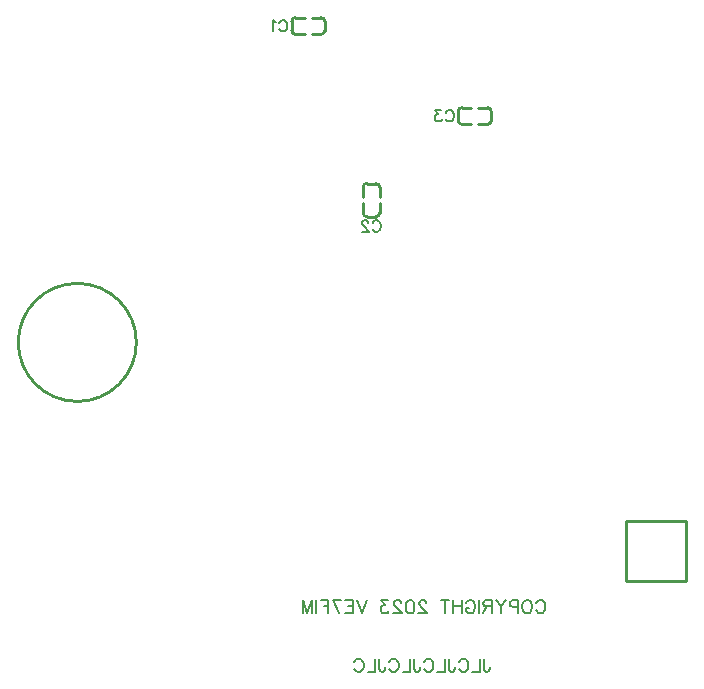
<source format=gbo>
G04 Layer: BottomSilkscreenLayer*
G04 Panelize: , Column: 2, Row: 2, Board Size: 58.42mm x 58.42mm, Panelized Board Size: 118.84mm x 118.84mm*
G04 EasyEDA v6.5.34, 2023-09-05 23:31:59*
G04 3ff1d21ffa584fb08a1032706516b83c,5a6b42c53f6a479593ecc07194224c93,10*
G04 Gerber Generator version 0.2*
G04 Scale: 100 percent, Rotated: No, Reflected: No *
G04 Dimensions in millimeters *
G04 leading zeros omitted , absolute positions ,4 integer and 5 decimal *
%FSLAX45Y45*%
%MOMM*%

%ADD10C,0.1524*%
%ADD11C,0.1520*%
%ADD12C,0.2540*%

%LPD*%
D10*
X4443267Y698962D02*
G01*
X4448464Y709353D01*
X4458855Y719744D01*
X4469244Y724938D01*
X4490026Y724938D01*
X4500417Y719744D01*
X4510808Y709353D01*
X4516005Y698962D01*
X4521200Y683374D01*
X4521200Y657397D01*
X4516005Y641812D01*
X4510808Y631421D01*
X4500417Y621029D01*
X4490026Y615835D01*
X4469244Y615835D01*
X4458855Y621029D01*
X4448464Y631421D01*
X4443267Y641812D01*
X4377804Y724938D02*
G01*
X4388195Y719744D01*
X4398586Y709353D01*
X4403783Y698962D01*
X4408977Y683374D01*
X4408977Y657397D01*
X4403783Y641812D01*
X4398586Y631421D01*
X4388195Y621029D01*
X4377804Y615835D01*
X4357024Y615835D01*
X4346633Y621029D01*
X4336242Y631421D01*
X4331045Y641812D01*
X4325851Y657397D01*
X4325851Y683374D01*
X4331045Y698962D01*
X4336242Y709353D01*
X4346633Y719744D01*
X4357024Y724938D01*
X4377804Y724938D01*
X4291561Y724938D02*
G01*
X4291561Y615835D01*
X4291561Y724938D02*
G01*
X4244802Y724938D01*
X4229214Y719744D01*
X4224020Y714547D01*
X4218825Y704156D01*
X4218825Y688571D01*
X4224020Y678179D01*
X4229214Y672985D01*
X4244802Y667788D01*
X4291561Y667788D01*
X4184535Y724938D02*
G01*
X4142971Y672985D01*
X4142971Y615835D01*
X4101406Y724938D02*
G01*
X4142971Y672985D01*
X4067116Y724938D02*
G01*
X4067116Y615835D01*
X4067116Y724938D02*
G01*
X4020357Y724938D01*
X4004772Y719744D01*
X3999575Y714547D01*
X3994381Y704156D01*
X3994381Y693765D01*
X3999575Y683374D01*
X4004772Y678179D01*
X4020357Y672985D01*
X4067116Y672985D01*
X4030748Y672985D02*
G01*
X3994381Y615835D01*
X3960091Y724938D02*
G01*
X3960091Y615835D01*
X3847868Y698962D02*
G01*
X3853065Y709353D01*
X3863454Y719744D01*
X3873845Y724938D01*
X3894627Y724938D01*
X3905018Y719744D01*
X3915409Y709353D01*
X3920604Y698962D01*
X3925801Y683374D01*
X3925801Y657397D01*
X3920604Y641812D01*
X3915409Y631421D01*
X3905018Y621029D01*
X3894627Y615835D01*
X3873845Y615835D01*
X3863454Y621029D01*
X3853065Y631421D01*
X3847868Y641812D01*
X3847868Y657397D01*
X3873845Y657397D02*
G01*
X3847868Y657397D01*
X3813578Y724938D02*
G01*
X3813578Y615835D01*
X3740843Y724938D02*
G01*
X3740843Y615835D01*
X3813578Y672985D02*
G01*
X3740843Y672985D01*
X3670185Y724938D02*
G01*
X3670185Y615835D01*
X3706553Y724938D02*
G01*
X3633815Y724938D01*
X3514321Y698962D02*
G01*
X3514321Y704156D01*
X3509124Y714547D01*
X3503929Y719744D01*
X3493538Y724938D01*
X3472756Y724938D01*
X3462365Y719744D01*
X3457171Y714547D01*
X3451974Y704156D01*
X3451974Y693765D01*
X3457171Y683374D01*
X3467562Y667788D01*
X3519515Y615835D01*
X3446779Y615835D01*
X3381316Y724938D02*
G01*
X3396904Y719744D01*
X3407295Y704156D01*
X3412490Y678179D01*
X3412490Y662594D01*
X3407295Y636615D01*
X3396904Y621029D01*
X3381316Y615835D01*
X3370925Y615835D01*
X3355340Y621029D01*
X3344948Y636615D01*
X3339754Y662594D01*
X3339754Y678179D01*
X3344948Y704156D01*
X3355340Y719744D01*
X3370925Y724938D01*
X3381316Y724938D01*
X3300267Y698962D02*
G01*
X3300267Y704156D01*
X3295073Y714547D01*
X3289876Y719744D01*
X3279485Y724938D01*
X3258705Y724938D01*
X3248314Y719744D01*
X3243117Y714547D01*
X3237923Y704156D01*
X3237923Y693765D01*
X3243117Y683374D01*
X3253508Y667788D01*
X3305464Y615835D01*
X3232726Y615835D01*
X3188045Y724938D02*
G01*
X3130895Y724938D01*
X3162068Y683374D01*
X3146483Y683374D01*
X3136092Y678179D01*
X3130895Y672985D01*
X3125701Y657397D01*
X3125701Y647006D01*
X3130895Y631421D01*
X3141286Y621029D01*
X3156874Y615835D01*
X3172459Y615835D01*
X3188045Y621029D01*
X3193242Y626224D01*
X3198436Y636615D01*
X3011401Y724938D02*
G01*
X2969836Y615835D01*
X2928274Y724938D02*
G01*
X2969836Y615835D01*
X2893984Y724938D02*
G01*
X2893984Y615835D01*
X2893984Y724938D02*
G01*
X2826443Y724938D01*
X2893984Y672985D02*
G01*
X2852420Y672985D01*
X2893984Y615835D02*
G01*
X2826443Y615835D01*
X2719415Y724938D02*
G01*
X2771371Y615835D01*
X2792153Y724938D02*
G01*
X2719415Y724938D01*
X2685125Y724938D02*
G01*
X2685125Y615835D01*
X2685125Y724938D02*
G01*
X2617584Y724938D01*
X2685125Y672985D02*
G01*
X2643563Y672985D01*
X2583294Y724938D02*
G01*
X2583294Y615835D01*
X2549004Y724938D02*
G01*
X2549004Y615835D01*
X2549004Y724938D02*
G01*
X2507442Y615835D01*
X2465877Y724938D02*
G01*
X2507442Y615835D01*
X2465877Y724938D02*
G01*
X2465877Y615835D01*
D11*
X3999344Y229638D02*
G01*
X3999344Y146512D01*
X4004541Y130924D01*
X4009735Y125729D01*
X4020126Y120535D01*
X4030517Y120535D01*
X4040908Y125729D01*
X4046105Y130924D01*
X4051300Y146512D01*
X4051300Y156903D01*
X3965054Y229638D02*
G01*
X3965054Y120535D01*
X3965054Y120535D02*
G01*
X3902709Y120535D01*
X3790487Y203662D02*
G01*
X3795684Y214053D01*
X3806075Y224444D01*
X3816464Y229638D01*
X3837246Y229638D01*
X3847637Y224444D01*
X3858028Y214053D01*
X3863225Y203662D01*
X3868420Y188074D01*
X3868420Y162097D01*
X3863225Y146512D01*
X3858028Y136121D01*
X3847637Y125729D01*
X3837246Y120535D01*
X3816464Y120535D01*
X3806075Y125729D01*
X3795684Y136121D01*
X3790487Y146512D01*
X3704244Y229638D02*
G01*
X3704244Y146512D01*
X3709438Y130924D01*
X3714635Y125729D01*
X3725024Y120535D01*
X3735415Y120535D01*
X3745806Y125729D01*
X3751003Y130924D01*
X3756197Y146512D01*
X3756197Y156903D01*
X3669954Y229638D02*
G01*
X3669954Y120535D01*
X3669954Y120535D02*
G01*
X3607607Y120535D01*
X3495385Y203662D02*
G01*
X3500582Y214053D01*
X3510973Y224444D01*
X3521364Y229638D01*
X3542144Y229638D01*
X3552535Y224444D01*
X3562926Y214053D01*
X3568123Y203662D01*
X3573317Y188074D01*
X3573317Y162097D01*
X3568123Y146512D01*
X3562926Y136121D01*
X3552535Y125729D01*
X3542144Y120535D01*
X3521364Y120535D01*
X3510973Y125729D01*
X3500582Y136121D01*
X3495385Y146512D01*
X3409142Y229638D02*
G01*
X3409142Y146512D01*
X3414336Y130924D01*
X3419533Y125729D01*
X3429924Y120535D01*
X3440315Y120535D01*
X3450704Y125729D01*
X3455901Y130924D01*
X3461095Y146512D01*
X3461095Y156903D01*
X3374852Y229638D02*
G01*
X3374852Y120535D01*
X3374852Y120535D02*
G01*
X3312505Y120535D01*
X3200285Y203662D02*
G01*
X3205479Y214053D01*
X3215871Y224444D01*
X3226262Y229638D01*
X3247044Y229638D01*
X3257435Y224444D01*
X3267824Y214053D01*
X3273021Y203662D01*
X3278215Y188074D01*
X3278215Y162097D01*
X3273021Y146512D01*
X3267824Y136121D01*
X3257435Y125729D01*
X3247044Y120535D01*
X3226262Y120535D01*
X3215871Y125729D01*
X3205479Y136121D01*
X3200285Y146512D01*
X3114040Y229638D02*
G01*
X3114040Y146512D01*
X3119234Y130924D01*
X3124431Y125729D01*
X3134822Y120535D01*
X3145213Y120535D01*
X3155604Y125729D01*
X3160798Y130924D01*
X3165995Y146512D01*
X3165995Y156903D01*
X3079750Y229638D02*
G01*
X3079750Y120535D01*
X3079750Y120535D02*
G01*
X3017405Y120535D01*
X2905183Y203662D02*
G01*
X2910377Y214053D01*
X2920768Y224444D01*
X2931159Y229638D01*
X2951942Y229638D01*
X2962333Y224444D01*
X2972724Y214053D01*
X2977918Y203662D01*
X2983115Y188074D01*
X2983115Y162097D01*
X2977918Y146512D01*
X2972724Y136121D01*
X2962333Y125729D01*
X2951942Y120535D01*
X2931159Y120535D01*
X2920768Y125729D01*
X2910377Y136121D01*
X2905183Y146512D01*
D10*
X2268608Y5615426D02*
G01*
X2273152Y5624517D01*
X2282243Y5633608D01*
X2291336Y5638154D01*
X2309517Y5638154D01*
X2318608Y5633608D01*
X2327699Y5624517D01*
X2332243Y5615426D01*
X2336789Y5601792D01*
X2336789Y5579064D01*
X2332243Y5565427D01*
X2327699Y5556336D01*
X2318608Y5547245D01*
X2309517Y5542699D01*
X2291336Y5542699D01*
X2282243Y5547245D01*
X2273152Y5556336D01*
X2268608Y5565427D01*
X2238608Y5619973D02*
G01*
X2229518Y5624517D01*
X2215880Y5638154D01*
X2215880Y5542699D01*
X3058355Y3919169D02*
G01*
X3062899Y3928259D01*
X3071990Y3937350D01*
X3081083Y3941897D01*
X3099264Y3941897D01*
X3108355Y3937350D01*
X3117446Y3928259D01*
X3121990Y3919169D01*
X3126536Y3905534D01*
X3126536Y3882806D01*
X3121990Y3869169D01*
X3117446Y3860078D01*
X3108355Y3850987D01*
X3099264Y3846441D01*
X3081083Y3846441D01*
X3071990Y3850987D01*
X3062899Y3860078D01*
X3058355Y3869169D01*
X3023809Y3919169D02*
G01*
X3023809Y3923715D01*
X3019264Y3932806D01*
X3014718Y3937350D01*
X3005627Y3941897D01*
X2987446Y3941897D01*
X2978355Y3937350D01*
X2973809Y3932806D01*
X2969265Y3923715D01*
X2969265Y3914625D01*
X2973809Y3905534D01*
X2982899Y3891897D01*
X3028355Y3846441D01*
X2964718Y3846441D01*
X3678308Y4853426D02*
G01*
X3682852Y4862517D01*
X3691943Y4871608D01*
X3701036Y4876154D01*
X3719217Y4876154D01*
X3728308Y4871608D01*
X3737399Y4862517D01*
X3741943Y4853426D01*
X3746489Y4839792D01*
X3746489Y4817064D01*
X3741943Y4803427D01*
X3737399Y4794336D01*
X3728308Y4785245D01*
X3719217Y4780699D01*
X3701036Y4780699D01*
X3691943Y4785245D01*
X3682852Y4794336D01*
X3678308Y4803427D01*
X3639218Y4876154D02*
G01*
X3589218Y4876154D01*
X3616490Y4839792D01*
X3602852Y4839792D01*
X3593762Y4835245D01*
X3589218Y4830698D01*
X3584671Y4817064D01*
X3584671Y4807973D01*
X3589218Y4794336D01*
X3598308Y4785245D01*
X3611943Y4780699D01*
X3625580Y4780699D01*
X3639218Y4785245D01*
X3643762Y4789792D01*
X3648308Y4798882D01*
D12*
X2653601Y5548022D02*
G01*
X2653601Y5628025D01*
X2542626Y5517037D02*
G01*
X2622623Y5517037D01*
X2542626Y5659003D02*
G01*
X2622623Y5659003D01*
X2485036Y5516455D02*
G01*
X2405039Y5516455D01*
X2374054Y5547438D02*
G01*
X2374054Y5627436D01*
X2485036Y5658416D02*
G01*
X2405039Y5658416D01*
X3087977Y4253801D02*
G01*
X3007974Y4253801D01*
X3118962Y4142826D02*
G01*
X3118962Y4222823D01*
X2976996Y4142826D02*
G01*
X2976996Y4222823D01*
X3119544Y4085236D02*
G01*
X3119544Y4005239D01*
X3088561Y3974254D02*
G01*
X3008563Y3974254D01*
X2977583Y4085236D02*
G01*
X2977583Y4005239D01*
X4063301Y4786022D02*
G01*
X4063301Y4866025D01*
X3952326Y4755037D02*
G01*
X4032323Y4755037D01*
X3952326Y4897003D02*
G01*
X4032323Y4897003D01*
X3894736Y4754455D02*
G01*
X3814739Y4754455D01*
X3783754Y4785438D02*
G01*
X3783754Y4865436D01*
X3894736Y4896416D02*
G01*
X3814739Y4896416D01*
G75*
G01*
X2374049Y5547439D02*
G03*
X2405032Y5516456I30983J0D01*
G75*
G01*
X2405032Y5658422D02*
G03*
X2374049Y5627436I0J-30983D01*
G75*
G01*
X2622619Y5517037D02*
G03*
X2653601Y5548023I0J30983D01*
G75*
G01*
X2653601Y5628020D02*
G03*
X2622619Y5659003I-30982J0D01*
G75*
G01*
X3088561Y3974249D02*
G03*
X3119544Y4005232I0J30983D01*
G75*
G01*
X2977578Y4005232D02*
G03*
X3008564Y3974249I30983J0D01*
G75*
G01*
X3118963Y4222819D02*
G03*
X3087977Y4253801I-30983J0D01*
G75*
G01*
X3007980Y4253801D02*
G03*
X2976997Y4222819I0J-30982D01*
G75*
G01*
X3783749Y4785439D02*
G03*
X3814732Y4754456I30983J0D01*
G75*
G01*
X3814732Y4896422D02*
G03*
X3783749Y4865436I0J-30983D01*
G75*
G01*
X4032319Y4755037D02*
G03*
X4063301Y4786023I0J30983D01*
G75*
G01*
X4063301Y4866020D02*
G03*
X4032319Y4897003I-30982J0D01*
G75*
G01
X1058799Y2908300D02*
G03X1058799Y2908300I-499999J0D01*
X5207000Y1397000D02*
G01*
X5715000Y1397000D01*
X5715000Y889000D01*
X5207000Y889000D01*
X5207000Y1397000D01*
M02*

</source>
